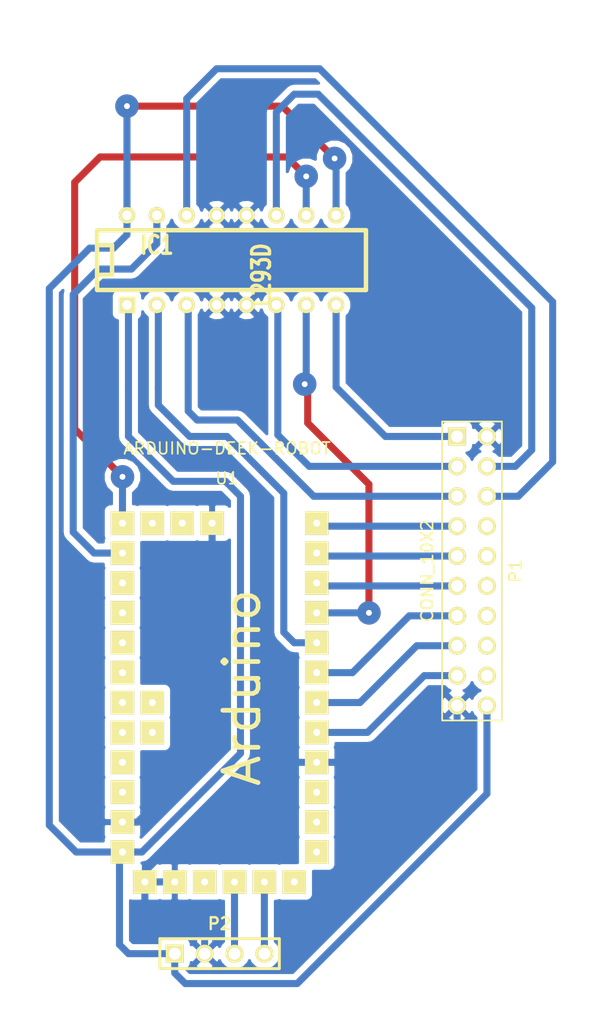
<source format=kicad_pcb>
(kicad_pcb (version 3) (host pcbnew "(22-Jun-2014 BZR 4027)-stable")

  (general
    (links 33)
    (no_connects 1)
    (area 175.006 34.29 225.425001 121.285001)
    (thickness 1.6)
    (drawings 0)
    (tracks 130)
    (zones 0)
    (modules 4)
    (nets 20)
  )

  (page A4)
  (layers
    (15 F.Cu signal)
    (0 B.Cu signal)
    (16 B.Adhes user)
    (17 F.Adhes user)
    (18 B.Paste user)
    (19 F.Paste user)
    (20 B.SilkS user)
    (21 F.SilkS user)
    (22 B.Mask user)
    (23 F.Mask user)
    (24 Dwgs.User user)
    (25 Cmts.User user)
    (26 Eco1.User user)
    (27 Eco2.User user)
    (28 Edge.Cuts user)
  )

  (setup
    (last_trace_width 0.6)
    (trace_clearance 0.4)
    (zone_clearance 0.508)
    (zone_45_only no)
    (trace_min 0.254)
    (segment_width 0.2)
    (edge_width 0.1)
    (via_size 2)
    (via_drill 0.5)
    (via_min_size 0.889)
    (via_min_drill 0.3)
    (uvia_size 0.508)
    (uvia_drill 0.127)
    (uvias_allowed no)
    (uvia_min_size 0.508)
    (uvia_min_drill 0.127)
    (pcb_text_width 0.3)
    (pcb_text_size 1.5 1.5)
    (mod_edge_width 0.15)
    (mod_text_size 1 1)
    (mod_text_width 0.15)
    (pad_size 2 2)
    (pad_drill 0.6)
    (pad_to_mask_clearance 0)
    (aux_axis_origin 0 0)
    (visible_elements FFFFFFBF)
    (pcbplotparams
      (layerselection 1)
      (usegerberextensions false)
      (excludeedgelayer true)
      (linewidth 0.150000)
      (plotframeref false)
      (viasonmask false)
      (mode 1)
      (useauxorigin false)
      (hpglpennumber 1)
      (hpglpenspeed 20)
      (hpglpendiameter 15)
      (hpglpenoverlay 2)
      (psnegative false)
      (psa4output false)
      (plotreference true)
      (plotvalue true)
      (plotothertext true)
      (plotinvisibletext false)
      (padsonsilk false)
      (subtractmaskfromsilk false)
      (outputformat 2)
      (mirror false)
      (drillshape 0)
      (scaleselection 1)
      (outputdirectory ""))
  )

  (net 0 "")
  (net 1 /BAT)
  (net 2 /BAT_MOTORS)
  (net 3 /C1L)
  (net 4 /C1R)
  (net 5 /C2L)
  (net 6 /C2R)
  (net 7 /M1L)
  (net 8 /M1R)
  (net 9 /M2L)
  (net 10 /M2R)
  (net 11 /PIN2)
  (net 12 /PIN3)
  (net 13 /PIN4)
  (net 14 /PIN7)
  (net 15 /PIN8)
  (net 16 /PIN9)
  (net 17 GND)
  (net 18 N-000003)
  (net 19 N-000004)

  (net_class Default "This is the default net class."
    (clearance 0.4)
    (trace_width 0.6)
    (via_dia 2)
    (via_drill 0.5)
    (uvia_dia 0.508)
    (uvia_drill 0.127)
    (add_net "")
    (add_net /BAT)
    (add_net /BAT_MOTORS)
    (add_net /C1L)
    (add_net /C1R)
    (add_net /C2L)
    (add_net /C2R)
    (add_net /M1L)
    (add_net /M1R)
    (add_net /M2L)
    (add_net /M2R)
    (add_net /PIN2)
    (add_net /PIN3)
    (add_net /PIN4)
    (add_net /PIN7)
    (add_net /PIN8)
    (add_net /PIN9)
    (add_net GND)
    (add_net N-000003)
    (add_net N-000004)
  )

  (module PIN_ARRAY_4x1 (layer F.Cu) (tedit 4C10F42E) (tstamp 544A0572)
    (at 193.675 115.316)
    (descr "Double rangee de contacts 2 x 5 pins")
    (tags CONN)
    (path /54494802)
    (fp_text reference P2 (at 0 -2.54) (layer F.SilkS)
      (effects (font (size 1.016 1.016) (thickness 0.2032)))
    )
    (fp_text value CONN_4 (at 0 2.54) (layer F.SilkS) hide
      (effects (font (size 1.016 1.016) (thickness 0.2032)))
    )
    (fp_line (start 5.08 1.27) (end -5.08 1.27) (layer F.SilkS) (width 0.254))
    (fp_line (start 5.08 -1.27) (end -5.08 -1.27) (layer F.SilkS) (width 0.254))
    (fp_line (start -5.08 -1.27) (end -5.08 1.27) (layer F.SilkS) (width 0.254))
    (fp_line (start 5.08 1.27) (end 5.08 -1.27) (layer F.SilkS) (width 0.254))
    (pad 1 thru_hole rect (at -3.81 0) (size 1.524 1.524) (drill 1.016)
      (layers *.Cu *.Mask F.SilkS)
      (net 1 /BAT)
    )
    (pad 2 thru_hole circle (at -1.27 0) (size 1.524 1.524) (drill 1.016)
      (layers *.Cu *.Mask F.SilkS)
      (net 17 GND)
    )
    (pad 3 thru_hole circle (at 1.27 0) (size 1.524 1.524) (drill 1.016)
      (layers *.Cu *.Mask F.SilkS)
      (net 18 N-000003)
    )
    (pad 4 thru_hole circle (at 3.81 0) (size 1.524 1.524) (drill 1.016)
      (layers *.Cu *.Mask F.SilkS)
      (net 19 N-000004)
    )
    (model pin_array\pins_array_4x1.wrl
      (at (xyz 0 0 0))
      (scale (xyz 1 1 1))
      (rotate (xyz 0 0 0))
    )
  )

  (module pin_array_10x2 (layer F.Cu) (tedit 51DBC9C0) (tstamp 544A058E)
    (at 215.138 82.804 270)
    (descr "Double rangee de contacts 2 x 12 pins")
    (tags CONN)
    (path /543C27EB)
    (fp_text reference P1 (at 0 -3.683 270) (layer F.SilkS)
      (effects (font (size 1 1) (thickness 0.15)))
    )
    (fp_text value CONN_10X2 (at 0 3.81 270) (layer F.SilkS)
      (effects (font (size 1 1) (thickness 0.15)))
    )
    (fp_line (start -12.7 -2.54) (end -12.7 2.54) (layer F.SilkS) (width 0.15))
    (fp_line (start -12.7 2.54) (end 12.7 2.54) (layer F.SilkS) (width 0.15))
    (fp_line (start 12.7 2.54) (end 12.7 -2.54) (layer F.SilkS) (width 0.15))
    (fp_line (start 12.7 -2.54) (end -12.7 -2.54) (layer F.SilkS) (width 0.15))
    (pad 1 thru_hole rect (at -11.43 1.27 270) (size 1.524 1.524) (drill 1.016)
      (layers *.Cu *.Mask F.SilkS)
      (net 2 /BAT_MOTORS)
    )
    (pad 2 thru_hole circle (at -11.43 -1.27 270) (size 1.524 1.524) (drill 1.016)
      (layers *.Cu *.Mask F.SilkS)
      (net 17 GND)
    )
    (pad 3 thru_hole circle (at -8.89 1.27 270) (size 1.524 1.524) (drill 1.016)
      (layers *.Cu *.Mask F.SilkS)
      (net 8 /M1R)
    )
    (pad 4 thru_hole circle (at -8.89 -1.27 270) (size 1.524 1.524) (drill 1.016)
      (layers *.Cu *.Mask F.SilkS)
      (net 10 /M2R)
    )
    (pad 5 thru_hole circle (at -6.35 1.27 270) (size 1.524 1.524) (drill 1.016)
      (layers *.Cu *.Mask F.SilkS)
      (net 7 /M1L)
    )
    (pad 6 thru_hole circle (at -6.35 -1.27 270) (size 1.524 1.524) (drill 1.016)
      (layers *.Cu *.Mask F.SilkS)
      (net 9 /M2L)
    )
    (pad 7 thru_hole circle (at -3.81 1.27 270) (size 1.524 1.524) (drill 1.016)
      (layers *.Cu *.Mask F.SilkS)
      (net 16 /PIN9)
    )
    (pad 8 thru_hole circle (at -3.81 -1.27 270) (size 1.524 1.524) (drill 1.016)
      (layers *.Cu *.Mask F.SilkS)
    )
    (pad 9 thru_hole circle (at -1.27 1.27 270) (size 1.524 1.524) (drill 1.016)
      (layers *.Cu *.Mask F.SilkS)
      (net 15 /PIN8)
    )
    (pad 10 thru_hole circle (at -1.27 -1.27 270) (size 1.524 1.524) (drill 1.016)
      (layers *.Cu *.Mask F.SilkS)
    )
    (pad 11 thru_hole circle (at 1.27 1.27 270) (size 1.524 1.524) (drill 1.016)
      (layers *.Cu *.Mask F.SilkS)
      (net 14 /PIN7)
    )
    (pad 12 thru_hole circle (at 1.27 -1.27 270) (size 1.524 1.524) (drill 1.016)
      (layers *.Cu *.Mask F.SilkS)
    )
    (pad 13 thru_hole circle (at 3.81 1.27 270) (size 1.524 1.524) (drill 1.016)
      (layers *.Cu *.Mask F.SilkS)
      (net 13 /PIN4)
    )
    (pad 14 thru_hole circle (at 3.81 -1.27 270) (size 1.524 1.524) (drill 1.016)
      (layers *.Cu *.Mask F.SilkS)
    )
    (pad 15 thru_hole circle (at 6.35 1.27 270) (size 1.524 1.524) (drill 1.016)
      (layers *.Cu *.Mask F.SilkS)
      (net 12 /PIN3)
    )
    (pad 16 thru_hole circle (at 6.35 -1.27 270) (size 1.524 1.524) (drill 1.016)
      (layers *.Cu *.Mask F.SilkS)
    )
    (pad 17 thru_hole circle (at 8.89 1.27 270) (size 1.524 1.524) (drill 1.016)
      (layers *.Cu *.Mask F.SilkS)
      (net 11 /PIN2)
    )
    (pad 18 thru_hole circle (at 8.89 -1.27 270) (size 1.524 1.524) (drill 1.016)
      (layers *.Cu *.Mask F.SilkS)
    )
    (pad 19 thru_hole circle (at 11.43 1.27 270) (size 1.524 1.524) (drill 1.016)
      (layers *.Cu *.Mask F.SilkS)
      (net 17 GND)
    )
    (pad 20 thru_hole circle (at 11.43 -1.27 270) (size 1.524 1.524) (drill 1.016)
      (layers *.Cu *.Mask F.SilkS)
      (net 1 /BAT)
    )
    (model pin_array/pins_array_10x2.wrl
      (at (xyz 0 0 0))
      (scale (xyz 1 1 1))
      (rotate (xyz 0 0 0))
    )
  )

  (module DIP-16__300 (layer F.Cu) (tedit 544B7607) (tstamp 544E8D99)
    (at 194.691 56.388)
    (descr "16 pins DIL package, round pads")
    (tags DIL)
    (path /543979EB)
    (fp_text reference IC1 (at -6.35 -1.27) (layer F.SilkS)
      (effects (font (size 1.524 1.143) (thickness 0.3048)))
    )
    (fp_text value L293D (at 2.54 1.27 90) (layer F.SilkS)
      (effects (font (size 1.524 1.143) (thickness 0.3048)))
    )
    (fp_line (start -11.43 -1.27) (end -11.43 -1.27) (layer F.SilkS) (width 0.381))
    (fp_line (start -11.43 -1.27) (end -10.16 -1.27) (layer F.SilkS) (width 0.381))
    (fp_line (start -10.16 -1.27) (end -10.16 1.27) (layer F.SilkS) (width 0.381))
    (fp_line (start -10.16 1.27) (end -11.43 1.27) (layer F.SilkS) (width 0.381))
    (fp_line (start -11.43 -2.54) (end 11.43 -2.54) (layer F.SilkS) (width 0.381))
    (fp_line (start 11.43 -2.54) (end 11.43 2.54) (layer F.SilkS) (width 0.381))
    (fp_line (start 11.43 2.54) (end -11.43 2.54) (layer F.SilkS) (width 0.381))
    (fp_line (start -11.43 2.54) (end -11.43 -2.54) (layer F.SilkS) (width 0.381))
    (pad 1 thru_hole rect (at -8.89 3.81) (size 1.397 1.397) (drill 0.8128)
      (layers *.Cu *.Mask F.SilkS)
      (net 1 /BAT)
    )
    (pad 2 thru_hole circle (at -6.35 3.81) (size 1.397 1.397) (drill 0.8128)
      (layers *.Cu *.Mask F.SilkS)
      (net 3 /C1L)
    )
    (pad 3 thru_hole circle (at -3.81 3.81) (size 1.397 1.397) (drill 0.8128)
      (layers *.Cu *.Mask F.SilkS)
      (net 7 /M1L)
    )
    (pad 4 thru_hole circle (at -1.27 3.81) (size 1.397 1.397) (drill 0.8128)
      (layers *.Cu *.Mask F.SilkS)
      (net 17 GND)
    )
    (pad 5 thru_hole circle (at 1.27 3.81) (size 1.397 1.397) (drill 0.8128)
      (layers *.Cu *.Mask F.SilkS)
      (net 17 GND)
    )
    (pad 6 thru_hole circle (at 3.81 3.81) (size 1.397 1.397) (drill 0.8128)
      (layers *.Cu *.Mask F.SilkS)
      (net 8 /M1R)
    )
    (pad 7 thru_hole circle (at 6.35 3.81) (size 1.397 1.397) (drill 0.8128)
      (layers *.Cu *.Mask F.SilkS)
      (net 4 /C1R)
    )
    (pad 8 thru_hole circle (at 8.89 3.81) (size 1.397 1.397) (drill 0.8128)
      (layers *.Cu *.Mask F.SilkS)
      (net 2 /BAT_MOTORS)
    )
    (pad 9 thru_hole circle (at 8.89 -3.81) (size 1.397 1.397) (drill 0.8128)
      (layers *.Cu *.Mask F.SilkS)
      (net 1 /BAT)
    )
    (pad 10 thru_hole circle (at 6.35 -3.81) (size 1.397 1.397) (drill 0.8128)
      (layers *.Cu *.Mask F.SilkS)
      (net 5 /C2L)
    )
    (pad 11 thru_hole circle (at 3.81 -3.81) (size 1.397 1.397) (drill 0.8128)
      (layers *.Cu *.Mask F.SilkS)
      (net 10 /M2R)
    )
    (pad 12 thru_hole circle (at 1.27 -3.81) (size 1.397 1.397) (drill 0.8128)
      (layers *.Cu *.Mask F.SilkS)
      (net 17 GND)
    )
    (pad 13 thru_hole circle (at -1.27 -3.81) (size 1.397 1.397) (drill 0.8128)
      (layers *.Cu *.Mask F.SilkS)
      (net 17 GND)
    )
    (pad 14 thru_hole circle (at -3.81 -3.81) (size 1.397 1.397) (drill 0.8128)
      (layers *.Cu *.Mask F.SilkS)
      (net 9 /M2L)
    )
    (pad 15 thru_hole circle (at -6.35 -3.81) (size 1.397 1.397) (drill 0.8128)
      (layers *.Cu *.Mask F.SilkS)
      (net 6 /C2R)
    )
    (pad 16 thru_hole circle (at -8.89 -3.81) (size 1.397 1.397) (drill 0.8128)
      (layers *.Cu *.Mask F.SilkS)
      (net 1 /BAT)
    )
    (model dil/dil_16.wrl
      (at (xyz 0 0 0))
      (scale (xyz 1 1 1))
      (rotate (xyz 0 0 0))
    )
  )

  (module Arduino-Deek-Robot (layer F.Cu) (tedit 544B745C) (tstamp 544B75D6)
    (at 194.31 78.74)
    (path /543C281A)
    (fp_text reference U1 (at 0 -3.81) (layer F.SilkS)
      (effects (font (size 1 1) (thickness 0.15)))
    )
    (fp_text value ARDUINO-DEEK-ROBOT (at 0 -6.35) (layer F.SilkS)
      (effects (font (size 1 1) (thickness 0.15)))
    )
    (fp_text user Arduino (at 1.27 13.97 90) (layer F.SilkS)
      (effects (font (size 3 3) (thickness 0.4)))
    )
    (pad 10 thru_hole rect (at -8.89 0) (size 2 2) (drill 0.6)
      (layers *.Cu *.Mask F.SilkS)
      (net 5 /C2L)
    )
    (pad 11 thru_hole rect (at -8.89 2.54) (size 2 2) (drill 0.6)
      (layers *.Cu *.Mask F.SilkS)
      (net 6 /C2R)
    )
    (pad 12 thru_hole rect (at -8.89 5.08) (size 2 2) (drill 0.6)
      (layers *.Cu *.Mask F.SilkS)
    )
    (pad 13 thru_hole rect (at -8.89 7.62) (size 2 2) (drill 0.6)
      (layers *.Cu *.Mask F.SilkS)
    )
    (pad 20 thru_hole rect (at -8.89 10.16) (size 2 2) (drill 0.6)
      (layers *.Cu *.Mask F.SilkS)
    )
    (pad 21 thru_hole rect (at -8.89 12.7) (size 2 2) (drill 0.6)
      (layers *.Cu *.Mask F.SilkS)
    )
    (pad 22 thru_hole rect (at -8.89 15.24) (size 2 2) (drill 0.6)
      (layers *.Cu *.Mask F.SilkS)
    )
    (pad 24 thru_hole rect (at -6.35 15.24) (size 2 2) (drill 0.6)
      (layers *.Cu *.Mask F.SilkS)
    )
    (pad 25 thru_hole rect (at -6.35 17.78) (size 2 2) (drill 0.6)
      (layers *.Cu *.Mask F.SilkS)
    )
    (pad 23 thru_hole rect (at -8.89 17.78) (size 2 2) (drill 0.6)
      (layers *.Cu *.Mask F.SilkS)
    )
    (pad 31 thru_hole rect (at -8.89 20.32) (size 2 2) (drill 0.6)
      (layers *.Cu *.Mask F.SilkS)
    )
    (pad 14 thru_hole rect (at -8.89 22.86) (size 2 2) (drill 0.6)
      (layers *.Cu *.Mask F.SilkS)
    )
    (pad 30 thru_hole rect (at -8.89 27.94) (size 2 2) (drill 0.6)
      (layers *.Cu *.Mask F.SilkS)
      (net 1 /BAT)
    )
    (pad 27 thru_hole rect (at -6.35 0) (size 2 2) (drill 0.6)
      (layers *.Cu *.Mask F.SilkS)
    )
    (pad 26 thru_hole rect (at -3.81 0) (size 2 2) (drill 0.6)
      (layers *.Cu *.Mask F.SilkS)
    )
    (pad 35 thru_hole rect (at -1.27 0) (size 2 2) (drill 0.6)
      (layers *.Cu *.Mask F.SilkS)
      (net 17 GND)
    )
    (pad 9 thru_hole rect (at 7.62 0) (size 2 2) (drill 0.6)
      (layers *.Cu *.Mask F.SilkS)
      (net 16 /PIN9)
    )
    (pad 8 thru_hole rect (at 7.62 2.54) (size 2 2) (drill 0.6)
      (layers *.Cu *.Mask F.SilkS)
      (net 15 /PIN8)
    )
    (pad 7 thru_hole rect (at 7.62 5.08) (size 2 2) (drill 0.6)
      (layers *.Cu *.Mask F.SilkS)
      (net 14 /PIN7)
    )
    (pad 6 thru_hole rect (at 7.62 7.62) (size 2 2) (drill 0.6)
      (layers *.Cu *.Mask F.SilkS)
      (net 4 /C1R)
    )
    (pad 5 thru_hole rect (at 7.62 10.16) (size 2 2) (drill 0.6)
      (layers *.Cu *.Mask F.SilkS)
      (net 3 /C1L)
    )
    (pad 4 thru_hole rect (at 7.62 12.7) (size 2 2) (drill 0.6)
      (layers *.Cu *.Mask F.SilkS)
      (net 13 /PIN4)
    )
    (pad 3 thru_hole rect (at 7.62 15.24) (size 2 2) (drill 0.6)
      (layers *.Cu *.Mask F.SilkS)
      (net 12 /PIN3)
    )
    (pad 2 thru_hole rect (at 7.62 17.78) (size 2 2) (drill 0.6)
      (layers *.Cu *.Mask F.SilkS)
      (net 11 /PIN2)
    )
    (pad 32 thru_hole rect (at 7.62 20.32) (size 2 2) (drill 0.6)
      (layers *.Cu *.Mask F.SilkS)
      (net 17 GND)
    )
    (pad 29 thru_hole rect (at 7.62 22.86) (size 2 2) (drill 0.6)
      (layers *.Cu *.Mask F.SilkS)
    )
    (pad 16 thru_hole rect (at 7.62 27.94) (size 2 2) (drill 0.6)
      (layers *.Cu *.Mask F.SilkS)
    )
    (pad 33 thru_hole rect (at -6.985 30.48) (size 2 2) (drill 0.6)
      (layers *.Cu *.Mask F.SilkS)
      (net 17 GND)
    )
    (pad 34 thru_hole rect (at -4.445 30.48) (size 2 2) (drill 0.6)
      (layers *.Cu *.Mask F.SilkS)
      (net 17 GND)
    )
    (pad 28 thru_hole rect (at -1.905 30.48) (size 2 2) (drill 0.6)
      (layers *.Cu *.Mask F.SilkS)
    )
    (pad 19 thru_hole rect (at 0.635 30.48) (size 2 2) (drill 0.6)
      (layers *.Cu *.Mask F.SilkS)
      (net 18 N-000003)
    )
    (pad 18 thru_hole rect (at 3.175 30.48) (size 2 2) (drill 0.6)
      (layers *.Cu *.Mask F.SilkS)
      (net 19 N-000004)
    )
    (pad 17 thru_hole rect (at 5.715 30.48) (size 2 2) (drill 0.6)
      (layers *.Cu *.Mask F.SilkS)
    )
    (pad 36 thru_hole rect (at -8.89 25.4) (size 2 2) (drill 0.6)
      (layers *.Cu *.Mask F.SilkS)
      (net 17 GND)
    )
    (pad 15 thru_hole rect (at 7.62 25.4) (size 2 2) (drill 0.6)
      (layers *.Cu *.Mask F.SilkS)
    )
  )

  (segment (start 203.581 52.578) (end 203.581 47.879) (width 0.6) (layer B.Cu) (net 1) (status 400000))
  (segment (start 185.801 43.307) (end 185.801 52.578) (width 0.6) (layer B.Cu) (net 1) (tstamp 544FE3B7) (status 800000))
  (via (at 185.801 43.307) (size 2) (layers F.Cu B.Cu) (net 1))
  (segment (start 199.009 43.307) (end 185.801 43.307) (width 0.6) (layer F.Cu) (net 1) (tstamp 544FE3B3))
  (segment (start 203.454 47.752) (end 199.009 43.307) (width 0.6) (layer F.Cu) (net 1) (tstamp 544FE3B2))
  (via (at 203.454 47.752) (size 2) (layers F.Cu B.Cu) (net 1))
  (segment (start 203.581 47.879) (end 203.454 47.752) (width 0.6) (layer B.Cu) (net 1) (tstamp 544FE3AC))
  (segment (start 185.801 52.578) (end 185.801 54.229) (width 0.6) (layer B.Cu) (net 1))
  (segment (start 185.801 54.229) (end 184.658 55.372) (width 0.6) (layer B.Cu) (net 1) (tstamp 544E9172))
  (segment (start 184.658 55.372) (end 182.626 55.372) (width 0.6) (layer B.Cu) (net 1) (tstamp 544E9181))
  (segment (start 182.626 55.372) (end 179.197 58.801) (width 0.6) (layer B.Cu) (net 1) (tstamp 544E9186))
  (segment (start 179.197 58.801) (end 179.197 104.394) (width 0.6) (layer B.Cu) (net 1) (tstamp 544E9188))
  (segment (start 179.197 104.394) (end 181.483 106.68) (width 0.6) (layer B.Cu) (net 1) (tstamp 544E91A0))
  (segment (start 181.483 106.68) (end 185.42 106.68) (width 0.6) (layer B.Cu) (net 1) (tstamp 544E91A2))
  (segment (start 185.928 67.183) (end 185.928 60.325) (width 0.6) (layer B.Cu) (net 1))
  (segment (start 185.928 60.325) (end 185.674 60.071) (width 0.6) (layer B.Cu) (net 1) (tstamp 544E8DE5))
  (segment (start 185.42 106.68) (end 187.071 106.68) (width 0.6) (layer B.Cu) (net 1))
  (segment (start 185.928 71.374) (end 185.928 67.183) (width 0.6) (layer B.Cu) (net 1) (tstamp 544B94A7))
  (segment (start 189.738 75.184) (end 185.928 71.374) (width 0.6) (layer B.Cu) (net 1) (tstamp 544B94A5))
  (segment (start 194.183 75.184) (end 189.738 75.184) (width 0.6) (layer B.Cu) (net 1) (tstamp 544B94A4))
  (segment (start 195.453 76.454) (end 194.183 75.184) (width 0.6) (layer B.Cu) (net 1) (tstamp 544B94A3))
  (segment (start 195.453 98.298) (end 195.453 76.454) (width 0.6) (layer B.Cu) (net 1) (tstamp 544B9496))
  (segment (start 187.071 106.68) (end 195.453 98.298) (width 0.6) (layer B.Cu) (net 1) (tstamp 544B9491))
  (segment (start 216.408 94.234) (end 216.408 101.727) (width 0.6) (layer B.Cu) (net 1))
  (segment (start 189.865 116.967) (end 189.865 115.316) (width 0.6) (layer B.Cu) (net 1) (tstamp 544B91E0))
  (segment (start 190.754 117.856) (end 189.865 116.967) (width 0.6) (layer B.Cu) (net 1) (tstamp 544B91DB))
  (segment (start 200.279 117.856) (end 190.754 117.856) (width 0.6) (layer B.Cu) (net 1) (tstamp 544B91D9))
  (segment (start 216.408 101.727) (end 200.279 117.856) (width 0.6) (layer B.Cu) (net 1) (tstamp 544B91D3))
  (segment (start 189.865 115.316) (end 185.928 115.316) (width 0.6) (layer B.Cu) (net 1))
  (segment (start 185.166 106.934) (end 185.42 106.68) (width 0.6) (layer B.Cu) (net 1) (tstamp 544B9072))
  (segment (start 185.166 114.554) (end 185.166 106.934) (width 0.6) (layer B.Cu) (net 1) (tstamp 544B906E))
  (segment (start 185.928 115.316) (end 185.166 114.554) (width 0.6) (layer B.Cu) (net 1) (tstamp 544B906D))
  (segment (start 213.868 71.374) (end 207.772 71.374) (width 0.6) (layer B.Cu) (net 2))
  (segment (start 203.581 67.183) (end 203.581 60.198) (width 0.6) (layer B.Cu) (net 2) (tstamp 544E90D5))
  (segment (start 207.772 71.374) (end 203.581 67.183) (width 0.6) (layer B.Cu) (net 2) (tstamp 544E90D3))
  (segment (start 188.468 67.31) (end 188.468 60.325) (width 0.6) (layer B.Cu) (net 3))
  (segment (start 188.468 60.325) (end 188.341 60.198) (width 0.6) (layer B.Cu) (net 3) (tstamp 544E8E0D))
  (segment (start 188.468 67.183) (end 188.468 67.31) (width 0.6) (layer B.Cu) (net 3))
  (segment (start 188.468 67.31) (end 188.468 68.707) (width 0.6) (layer B.Cu) (net 3) (tstamp 544E8E0B))
  (segment (start 200.025 88.9) (end 201.93 88.9) (width 0.6) (layer B.Cu) (net 3) (tstamp 544B9489))
  (segment (start 199.136 88.011) (end 200.025 88.9) (width 0.6) (layer B.Cu) (net 3) (tstamp 544B9488))
  (segment (start 199.136 76.2) (end 199.136 88.011) (width 0.6) (layer B.Cu) (net 3) (tstamp 544B9485))
  (segment (start 194.31 71.374) (end 199.136 76.2) (width 0.6) (layer B.Cu) (net 3) (tstamp 544B9483))
  (segment (start 191.135 71.374) (end 194.31 71.374) (width 0.6) (layer B.Cu) (net 3) (tstamp 544B9481))
  (segment (start 188.468 68.707) (end 191.135 71.374) (width 0.6) (layer B.Cu) (net 3) (tstamp 544B947E))
  (segment (start 201.041 60.198) (end 201.041 66.802) (width 0.6) (layer B.Cu) (net 4) (status 400000))
  (segment (start 206.375 86.36) (end 201.93 86.36) (width 0.6) (layer B.Cu) (net 4) (tstamp 544FE3F7) (status 800000))
  (via (at 206.375 86.36) (size 2) (layers F.Cu B.Cu) (net 4))
  (segment (start 206.375 75.438) (end 206.375 86.36) (width 0.6) (layer F.Cu) (net 4) (tstamp 544FE3EB))
  (segment (start 201.168 70.231) (end 206.375 75.438) (width 0.6) (layer F.Cu) (net 4) (tstamp 544FE3E3))
  (segment (start 201.168 67.183) (end 201.168 70.231) (width 0.6) (layer F.Cu) (net 4) (tstamp 544FE3E0))
  (segment (start 200.914 66.929) (end 201.168 67.183) (width 0.6) (layer F.Cu) (net 4) (tstamp 544FE3DF))
  (via (at 200.914 66.929) (size 2) (layers F.Cu B.Cu) (net 4))
  (segment (start 201.041 66.802) (end 200.914 66.929) (width 0.6) (layer B.Cu) (net 4) (tstamp 544FE3DC))
  (segment (start 201.041 52.578) (end 201.041 49.276) (width 0.6) (layer B.Cu) (net 5) (status 400000))
  (segment (start 185.42 74.803) (end 185.42 78.74) (width 0.6) (layer B.Cu) (net 5) (tstamp 544FE3D6) (status 800000))
  (via (at 185.42 74.803) (size 2) (layers F.Cu B.Cu) (net 5))
  (segment (start 181.356 70.739) (end 185.42 74.803) (width 0.6) (layer F.Cu) (net 5) (tstamp 544FE3CE))
  (segment (start 181.356 49.784) (end 181.356 70.739) (width 0.6) (layer F.Cu) (net 5) (tstamp 544FE3C9))
  (segment (start 183.515 47.625) (end 181.356 49.784) (width 0.6) (layer F.Cu) (net 5) (tstamp 544FE3C1))
  (segment (start 199.39 47.625) (end 183.515 47.625) (width 0.6) (layer F.Cu) (net 5) (tstamp 544FE3BF))
  (segment (start 201.041 49.276) (end 199.39 47.625) (width 0.6) (layer F.Cu) (net 5) (tstamp 544FE3BE))
  (via (at 201.041 49.276) (size 2) (layers F.Cu B.Cu) (net 5))
  (segment (start 188.341 52.578) (end 188.341 54.991) (width 0.6) (layer B.Cu) (net 6))
  (segment (start 183.007 81.28) (end 185.42 81.28) (width 0.6) (layer B.Cu) (net 6) (tstamp 544E9146))
  (segment (start 181.229 79.502) (end 183.007 81.28) (width 0.6) (layer B.Cu) (net 6) (tstamp 544E9143))
  (segment (start 181.229 59.309) (end 181.229 79.502) (width 0.6) (layer B.Cu) (net 6) (tstamp 544E9142))
  (segment (start 183.388 57.15) (end 181.229 59.309) (width 0.6) (layer B.Cu) (net 6) (tstamp 544E913F))
  (segment (start 186.182 57.15) (end 183.388 57.15) (width 0.6) (layer B.Cu) (net 6) (tstamp 544E913C))
  (segment (start 188.341 54.991) (end 186.182 57.15) (width 0.6) (layer B.Cu) (net 6) (tstamp 544E9139))
  (segment (start 191.008 67.183) (end 191.008 60.325) (width 0.6) (layer B.Cu) (net 7))
  (segment (start 201.676 76.454) (end 195.199 69.977) (width 0.6) (layer B.Cu) (net 7) (tstamp 544B9473))
  (segment (start 195.199 69.977) (end 191.77 69.977) (width 0.6) (layer B.Cu) (net 7) (tstamp 544B9478))
  (segment (start 191.77 69.977) (end 191.008 69.215) (width 0.6) (layer B.Cu) (net 7) (tstamp 544B9479))
  (segment (start 191.008 69.215) (end 191.008 67.183) (width 0.6) (layer B.Cu) (net 7) (tstamp 544B947A))
  (segment (start 213.868 76.454) (end 201.676 76.454) (width 0.6) (layer B.Cu) (net 7))
  (segment (start 191.008 60.325) (end 190.881 60.198) (width 0.6) (layer B.Cu) (net 7) (tstamp 544E8E10))
  (segment (start 198.628 67.183) (end 198.628 60.325) (width 0.6) (layer B.Cu) (net 8))
  (segment (start 201.295 73.914) (end 198.628 71.247) (width 0.6) (layer B.Cu) (net 8) (tstamp 544B9018))
  (segment (start 198.628 71.247) (end 198.628 67.183) (width 0.6) (layer B.Cu) (net 8) (tstamp 544B901A))
  (segment (start 213.868 73.914) (end 201.295 73.914) (width 0.6) (layer B.Cu) (net 8))
  (segment (start 198.628 60.325) (end 198.501 60.198) (width 0.6) (layer B.Cu) (net 8) (tstamp 544E8E13))
  (segment (start 190.881 52.578) (end 190.881 42.672) (width 0.6) (layer B.Cu) (net 9))
  (segment (start 219.075 76.454) (end 216.408 76.454) (width 0.6) (layer B.Cu) (net 9) (tstamp 544E911D))
  (segment (start 221.996 73.533) (end 219.075 76.454) (width 0.6) (layer B.Cu) (net 9) (tstamp 544E911C))
  (segment (start 221.996 59.944) (end 221.996 73.533) (width 0.6) (layer B.Cu) (net 9) (tstamp 544E9117))
  (segment (start 202.184 40.132) (end 221.996 59.944) (width 0.6) (layer B.Cu) (net 9) (tstamp 544E9112))
  (segment (start 193.421 40.132) (end 202.184 40.132) (width 0.6) (layer B.Cu) (net 9) (tstamp 544E910F))
  (segment (start 190.881 42.672) (end 193.421 40.132) (width 0.6) (layer B.Cu) (net 9) (tstamp 544E910C))
  (segment (start 216.408 73.914) (end 218.821 73.914) (width 0.6) (layer B.Cu) (net 10))
  (segment (start 198.501 43.815) (end 198.501 52.578) (width 0.6) (layer B.Cu) (net 10) (tstamp 544FE2D6))
  (segment (start 200.025 42.291) (end 198.501 43.815) (width 0.6) (layer B.Cu) (net 10) (tstamp 544FE2D5))
  (segment (start 202.057 42.291) (end 200.025 42.291) (width 0.6) (layer B.Cu) (net 10) (tstamp 544FE2D2))
  (segment (start 220.218 60.452) (end 202.057 42.291) (width 0.6) (layer B.Cu) (net 10) (tstamp 544FE2CC))
  (segment (start 220.218 72.517) (end 220.218 60.452) (width 0.6) (layer B.Cu) (net 10) (tstamp 544FE2C9))
  (segment (start 218.821 73.914) (end 220.218 72.517) (width 0.6) (layer B.Cu) (net 10) (tstamp 544FE2C6))
  (segment (start 213.868 91.694) (end 211.074 91.694) (width 0.6) (layer B.Cu) (net 11))
  (segment (start 206.248 96.52) (end 201.93 96.52) (width 0.6) (layer B.Cu) (net 11) (tstamp 544B9293))
  (segment (start 211.074 91.694) (end 206.248 96.52) (width 0.6) (layer B.Cu) (net 11) (tstamp 544B9291))
  (segment (start 213.868 89.154) (end 210.439 89.154) (width 0.6) (layer B.Cu) (net 12))
  (segment (start 205.613 93.98) (end 201.93 93.98) (width 0.6) (layer B.Cu) (net 12) (tstamp 544B928D))
  (segment (start 210.439 89.154) (end 205.613 93.98) (width 0.6) (layer B.Cu) (net 12) (tstamp 544B928B))
  (segment (start 213.868 86.614) (end 209.804 86.614) (width 0.6) (layer B.Cu) (net 13))
  (segment (start 204.978 91.44) (end 201.93 91.44) (width 0.6) (layer B.Cu) (net 13) (tstamp 544B9287))
  (segment (start 209.804 86.614) (end 204.978 91.44) (width 0.6) (layer B.Cu) (net 13) (tstamp 544B9285))
  (segment (start 213.868 84.074) (end 202.184 84.074) (width 0.6) (layer B.Cu) (net 14))
  (segment (start 202.184 84.074) (end 201.93 83.82) (width 0.6) (layer B.Cu) (net 14) (tstamp 544B9282))
  (segment (start 213.868 81.534) (end 202.184 81.534) (width 0.6) (layer B.Cu) (net 15))
  (segment (start 202.184 81.534) (end 201.93 81.28) (width 0.6) (layer B.Cu) (net 15) (tstamp 544B927F))
  (segment (start 213.868 78.994) (end 202.184 78.994) (width 0.6) (layer B.Cu) (net 16))
  (segment (start 202.184 78.994) (end 201.93 78.74) (width 0.6) (layer B.Cu) (net 16) (tstamp 544B927C))
  (segment (start 185.42 104.14) (end 186.69 104.14) (width 0.6) (layer B.Cu) (net 17))
  (segment (start 193.04 97.79) (end 193.04 78.74) (width 0.6) (layer B.Cu) (net 17) (tstamp 544B94B1))
  (segment (start 186.69 104.14) (end 193.04 97.79) (width 0.6) (layer B.Cu) (net 17) (tstamp 544B94AE))
  (segment (start 187.325 109.22) (end 189.865 109.22) (width 0.6) (layer B.Cu) (net 17))
  (segment (start 187.325 109.22) (end 187.325 108.331) (width 0.6) (layer B.Cu) (net 17))
  (segment (start 196.596 99.06) (end 201.93 99.06) (width 0.6) (layer B.Cu) (net 17) (tstamp 544B91EA))
  (segment (start 187.325 108.331) (end 191.516 104.14) (width 0.6) (layer B.Cu) (net 17) (tstamp 544B91E7))
  (segment (start 191.516 104.14) (end 193.294 102.362) (width 0.6) (layer B.Cu) (net 17) (tstamp 544B9384))
  (segment (start 193.294 102.362) (end 196.596 99.06) (width 0.6) (layer B.Cu) (net 17) (tstamp 544B9390))
  (segment (start 213.868 94.234) (end 213.868 96.647) (width 0.6) (layer B.Cu) (net 17))
  (segment (start 213.868 96.647) (end 211.455 99.06) (width 0.6) (layer B.Cu) (net 17) (tstamp 544B91C7))
  (segment (start 211.455 99.06) (end 201.93 99.06) (width 0.6) (layer B.Cu) (net 17) (tstamp 544B91CA))
  (segment (start 192.405 115.316) (end 192.405 113.03) (width 0.6) (layer B.Cu) (net 17))
  (segment (start 187.325 111.506) (end 187.325 109.22) (width 0.6) (layer B.Cu) (net 17) (tstamp 544B9060))
  (segment (start 188.087 112.268) (end 187.325 111.506) (width 0.6) (layer B.Cu) (net 17) (tstamp 544B905E))
  (segment (start 191.643 112.268) (end 188.087 112.268) (width 0.6) (layer B.Cu) (net 17) (tstamp 544B905D))
  (segment (start 192.405 113.03) (end 191.643 112.268) (width 0.6) (layer B.Cu) (net 17) (tstamp 544B905B))
  (segment (start 194.945 115.316) (end 194.945 109.22) (width 0.6) (layer B.Cu) (net 18))
  (segment (start 197.485 109.22) (end 197.485 115.316) (width 0.6) (layer B.Cu) (net 19))

  (zone (net 17) (net_name GND) (layer B.Cu) (tstamp 544E8E94) (hatch edge 0.508)
    (connect_pads (clearance 0.508))
    (min_thickness 0.254)
    (fill (arc_segments 16) (thermal_gap 0.508) (thermal_bridge_width 0.508))
    (polygon
      (pts
        (xy 225.425 34.29) (xy 225.298 121.285) (xy 175.006 121.285) (xy 175.006 34.417) (xy 178.308 34.417)
        (xy 225.425 34.29)
      )
    )
    (filled_polygon
      (pts
        (xy 215.823514 92.963949) (xy 215.617697 93.048991) (xy 215.224372 93.44163) (xy 215.144605 93.63373) (xy 215.090396 93.502858)
        (xy 214.848212 93.433393) (xy 214.047605 94.234) (xy 214.848212 95.034607) (xy 215.090396 94.965142) (xy 215.140508 94.824678)
        (xy 215.222991 95.024303) (xy 215.473 95.274748) (xy 215.473 101.33971) (xy 214.668607 102.144103) (xy 214.668607 95.214212)
        (xy 213.868 94.413605) (xy 213.688395 94.59321) (xy 213.688395 94.234) (xy 212.887788 93.433393) (xy 212.645604 93.502858)
        (xy 212.458857 94.026304) (xy 212.48664 94.581369) (xy 212.645604 94.965142) (xy 212.887788 95.034607) (xy 213.688395 94.234)
        (xy 213.688395 94.59321) (xy 213.067393 95.214212) (xy 213.136858 95.456396) (xy 213.660304 95.643143) (xy 214.215369 95.61536)
        (xy 214.599142 95.456396) (xy 214.668607 95.214212) (xy 214.668607 102.144103) (xy 203.56511 113.2476) (xy 203.56511 107.554245)
        (xy 203.56511 105.554245) (xy 203.505481 105.409932) (xy 203.564889 105.266864) (xy 203.56511 105.014245) (xy 203.56511 103.014245)
        (xy 203.505481 102.869932) (xy 203.564889 102.726864) (xy 203.56511 102.474245) (xy 203.56511 100.474245) (xy 203.505481 100.329932)
        (xy 203.564889 100.186864) (xy 203.56511 99.934245) (xy 203.565 99.34575) (xy 203.40625 99.187) (xy 202.057 99.187)
        (xy 202.057 99.207) (xy 201.803 99.207) (xy 201.803 99.187) (xy 200.45375 99.187) (xy 200.295 99.34575)
        (xy 200.29489 99.934245) (xy 200.295111 100.186864) (xy 200.354546 100.33) (xy 200.295111 100.473136) (xy 200.29489 100.725755)
        (xy 200.29489 102.725755) (xy 200.354518 102.870067) (xy 200.295111 103.013136) (xy 200.29489 103.265755) (xy 200.29489 105.265755)
        (xy 200.354518 105.410067) (xy 200.295111 105.553136) (xy 200.29489 105.805755) (xy 200.29489 107.58489) (xy 198.899245 107.58489)
        (xy 198.754932 107.644518) (xy 198.611864 107.585111) (xy 198.359245 107.58489) (xy 196.359245 107.58489) (xy 196.214932 107.644518)
        (xy 196.071864 107.585111) (xy 195.819245 107.58489) (xy 193.819245 107.58489) (xy 193.674932 107.644518) (xy 193.531864 107.585111)
        (xy 193.279245 107.58489) (xy 191.279245 107.58489) (xy 191.135 107.64449) (xy 190.990755 107.58489) (xy 190.15075 107.585)
        (xy 189.992 107.74375) (xy 189.992 109.093) (xy 190.012 109.093) (xy 190.012 109.347) (xy 189.992 109.347)
        (xy 189.992 110.69625) (xy 190.15075 110.855) (xy 190.990755 110.85511) (xy 191.135067 110.795481) (xy 191.278136 110.854889)
        (xy 191.530755 110.85511) (xy 193.530755 110.85511) (xy 193.675067 110.795481) (xy 193.818136 110.854889) (xy 194.01 110.855056)
        (xy 194.01 114.275435) (xy 193.761372 114.52363) (xy 193.681605 114.71573) (xy 193.627396 114.584858) (xy 193.385212 114.515393)
        (xy 193.205607 114.694998) (xy 193.205607 114.335788) (xy 193.136142 114.093604) (xy 192.612696 113.906857) (xy 192.057631 113.93464)
        (xy 191.673858 114.093604) (xy 191.604393 114.335788) (xy 192.405 115.136395) (xy 193.205607 114.335788) (xy 193.205607 114.694998)
        (xy 192.584605 115.316) (xy 193.385212 116.116607) (xy 193.627396 116.047142) (xy 193.677508 115.906678) (xy 193.759991 116.106303)
        (xy 194.15263 116.499628) (xy 194.665901 116.712756) (xy 195.221661 116.713241) (xy 195.735303 116.501009) (xy 196.128628 116.10837)
        (xy 196.214949 115.900485) (xy 196.299991 116.106303) (xy 196.69263 116.499628) (xy 197.205901 116.712756) (xy 197.761661 116.713241)
        (xy 198.275303 116.501009) (xy 198.668628 116.10837) (xy 198.881756 115.595099) (xy 198.882241 115.039339) (xy 198.670009 114.525697)
        (xy 198.42 114.275251) (xy 198.42 110.85511) (xy 198.610755 110.85511) (xy 198.755067 110.795481) (xy 198.898136 110.854889)
        (xy 199.150755 110.85511) (xy 201.150755 110.85511) (xy 201.384229 110.758641) (xy 201.563013 110.580168) (xy 201.659889 110.346864)
        (xy 201.66011 110.094245) (xy 201.66011 108.31511) (xy 203.055755 108.31511) (xy 203.289229 108.218641) (xy 203.468013 108.040168)
        (xy 203.564889 107.806864) (xy 203.56511 107.554245) (xy 203.56511 113.2476) (xy 199.89171 116.921) (xy 193.205607 116.921)
        (xy 193.205607 116.296212) (xy 192.405 115.495605) (xy 191.604393 116.296212) (xy 191.673858 116.538396) (xy 192.197304 116.725143)
        (xy 192.752369 116.69736) (xy 193.136142 116.538396) (xy 193.205607 116.296212) (xy 193.205607 116.921) (xy 191.141289 116.921)
        (xy 190.880582 116.660292) (xy 190.986229 116.616641) (xy 191.165013 116.438168) (xy 191.261889 116.204864) (xy 191.262007 116.069916)
        (xy 191.424788 116.116607) (xy 192.225395 115.316) (xy 191.424788 114.515393) (xy 191.26211 114.562053) (xy 191.26211 114.428245)
        (xy 191.165641 114.194771) (xy 190.987168 114.015987) (xy 190.753864 113.919111) (xy 190.501245 113.91889) (xy 189.738 113.91889)
        (xy 189.738 110.69625) (xy 189.738 109.347) (xy 189.738 109.093) (xy 189.738 107.74375) (xy 189.57925 107.585)
        (xy 188.739245 107.58489) (xy 188.595 107.64449) (xy 188.450755 107.58489) (xy 187.61075 107.585) (xy 187.452 107.74375)
        (xy 187.452 109.093) (xy 188.38875 109.093) (xy 188.80125 109.093) (xy 189.738 109.093) (xy 189.738 109.347)
        (xy 188.80125 109.347) (xy 188.38875 109.347) (xy 187.452 109.347) (xy 187.452 110.69625) (xy 187.61075 110.855)
        (xy 188.450755 110.85511) (xy 188.595 110.795509) (xy 188.739245 110.85511) (xy 189.57925 110.855) (xy 189.738 110.69625)
        (xy 189.738 113.91889) (xy 188.977245 113.91889) (xy 188.743771 114.015359) (xy 188.564987 114.193832) (xy 188.487268 114.381)
        (xy 186.315289 114.381) (xy 186.101 114.16671) (xy 186.101 110.814516) (xy 186.199245 110.85511) (xy 187.03925 110.855)
        (xy 187.198 110.69625) (xy 187.198 109.347) (xy 187.178 109.347) (xy 187.178 109.093) (xy 187.198 109.093)
        (xy 187.198 107.74375) (xy 187.06925 107.615) (xy 187.071 107.615) (xy 187.428809 107.543827) (xy 187.732145 107.341145)
        (xy 196.114145 98.959145) (xy 196.316827 98.655809) (xy 196.388 98.298) (xy 196.388 76.454) (xy 196.316827 76.096191)
        (xy 196.114145 75.792855) (xy 194.844145 74.522855) (xy 194.540809 74.320173) (xy 194.183 74.249) (xy 190.125289 74.249)
        (xy 186.863 70.98671) (xy 186.863 67.183) (xy 186.863 61.430877) (xy 187.037513 61.256668) (xy 187.134389 61.023364)
        (xy 187.13461 60.770745) (xy 187.13461 60.770272) (xy 187.209855 60.95238) (xy 187.533 61.276088) (xy 187.533 67.183)
        (xy 187.533 67.31) (xy 187.533 68.707) (xy 187.604173 69.064809) (xy 187.806855 69.368145) (xy 190.473852 72.035141)
        (xy 190.473855 72.035145) (xy 190.777191 72.237827) (xy 191.135 72.309) (xy 193.92271 72.309) (xy 198.201 76.587289)
        (xy 198.201 88.011) (xy 198.272173 88.368809) (xy 198.474855 88.672145) (xy 199.363852 89.561141) (xy 199.363855 89.561145)
        (xy 199.667191 89.763827) (xy 199.965634 89.823191) (xy 200.024999 89.835) (xy 200.024999 89.834999) (xy 200.025 89.835)
        (xy 200.29489 89.835) (xy 200.29489 90.025755) (xy 200.354518 90.170067) (xy 200.295111 90.313136) (xy 200.29489 90.565755)
        (xy 200.29489 92.565755) (xy 200.354518 92.710067) (xy 200.295111 92.853136) (xy 200.29489 93.105755) (xy 200.29489 95.105755)
        (xy 200.354518 95.250067) (xy 200.295111 95.393136) (xy 200.29489 95.645755) (xy 200.29489 97.645755) (xy 200.354518 97.790067)
        (xy 200.295111 97.933136) (xy 200.29489 98.185755) (xy 200.295 98.77425) (xy 200.45375 98.933) (xy 201.803 98.933)
        (xy 201.803 98.913) (xy 202.057 98.913) (xy 202.057 98.933) (xy 203.40625 98.933) (xy 203.565 98.77425)
        (xy 203.56511 98.185755) (xy 203.564889 97.933136) (xy 203.505453 97.79) (xy 203.564889 97.646864) (xy 203.565056 97.455)
        (xy 206.248 97.455) (xy 206.605809 97.383827) (xy 206.909145 97.181145) (xy 211.461289 92.629) (xy 212.827435 92.629)
        (xy 213.07563 92.877628) (xy 213.26773 92.957394) (xy 213.136858 93.011604) (xy 213.067393 93.253788) (xy 213.868 94.054395)
        (xy 214.668607 93.253788) (xy 214.599142 93.011604) (xy 214.458678 92.961491) (xy 214.658303 92.879009) (xy 215.051628 92.48637)
        (xy 215.137949 92.278485) (xy 215.222991 92.484303) (xy 215.61563 92.877628) (xy 215.823514 92.963949)
      )
    )
    (filled_polygon
      (pts
        (xy 219.283 72.12971) (xy 218.43371 72.979) (xy 217.817143 72.979) (xy 217.817143 71.581696) (xy 217.78936 71.026631)
        (xy 217.630396 70.642858) (xy 217.388212 70.573393) (xy 217.208607 70.752998) (xy 217.208607 70.393788) (xy 217.139142 70.151604)
        (xy 216.615696 69.964857) (xy 216.060631 69.99264) (xy 215.676858 70.151604) (xy 215.607393 70.393788) (xy 216.408 71.194395)
        (xy 217.208607 70.393788) (xy 217.208607 70.752998) (xy 216.587605 71.374) (xy 217.388212 72.174607) (xy 217.630396 72.105142)
        (xy 217.817143 71.581696) (xy 217.817143 72.979) (xy 217.448564 72.979) (xy 217.20037 72.730372) (xy 217.008269 72.650605)
        (xy 217.139142 72.596396) (xy 217.208607 72.354212) (xy 216.408 71.553605) (xy 215.607393 72.354212) (xy 215.676858 72.596396)
        (xy 215.817321 72.646508) (xy 215.617697 72.728991) (xy 215.224372 73.12163) (xy 215.13805 73.329514) (xy 215.053009 73.123697)
        (xy 214.701036 72.77111) (xy 214.755755 72.77111) (xy 214.989229 72.674641) (xy 215.168013 72.496168) (xy 215.264889 72.262864)
        (xy 215.265007 72.127916) (xy 215.427788 72.174607) (xy 216.228395 71.374) (xy 215.427788 70.573393) (xy 215.26511 70.620053)
        (xy 215.26511 70.486245) (xy 215.168641 70.252771) (xy 214.990168 70.073987) (xy 214.756864 69.977111) (xy 214.504245 69.97689)
        (xy 212.980245 69.97689) (xy 212.746771 70.073359) (xy 212.567987 70.251832) (xy 212.490268 70.439) (xy 208.15929 70.439)
        (xy 204.516 66.79571) (xy 204.516 61.148839) (xy 204.710826 60.954353) (xy 204.914267 60.464413) (xy 204.91473 59.933914)
        (xy 204.712145 59.44362) (xy 204.337353 59.068174) (xy 203.847413 58.864733) (xy 203.316914 58.86427) (xy 202.82662 59.066855)
        (xy 202.451174 59.441647) (xy 202.310906 59.779448) (xy 202.172145 59.44362) (xy 201.797353 59.068174) (xy 201.307413 58.864733)
        (xy 200.776914 58.86427) (xy 200.28662 59.066855) (xy 199.911174 59.441647) (xy 199.770906 59.779448) (xy 199.632145 59.44362)
        (xy 199.257353 59.068174) (xy 198.767413 58.864733) (xy 198.236914 58.86427) (xy 197.74662 59.066855) (xy 197.371174 59.441647)
        (xy 197.237685 59.763122) (xy 197.130798 59.505072) (xy 196.895186 59.443419) (xy 196.715581 59.623024) (xy 196.715581 59.263814)
        (xy 196.715581 53.512186) (xy 195.961 52.757605) (xy 195.781395 52.93721) (xy 195.781395 52.578) (xy 195.026814 51.823419)
        (xy 194.791202 51.885072) (xy 194.69914 52.146635) (xy 194.590798 51.885072) (xy 194.355186 51.823419) (xy 194.175581 52.003024)
        (xy 194.175581 51.643814) (xy 194.113928 51.408202) (xy 193.61352 51.232076) (xy 193.083802 51.260854) (xy 192.728072 51.408202)
        (xy 192.666419 51.643814) (xy 193.421 52.398395) (xy 194.175581 51.643814) (xy 194.175581 52.003024) (xy 193.600605 52.578)
        (xy 194.355186 53.332581) (xy 194.590798 53.270928) (xy 194.682859 53.009364) (xy 194.791202 53.270928) (xy 195.026814 53.332581)
        (xy 195.781395 52.578) (xy 195.781395 52.93721) (xy 195.206419 53.512186) (xy 195.268072 53.747798) (xy 195.76848 53.923924)
        (xy 196.298198 53.895146) (xy 196.653928 53.747798) (xy 196.715581 53.512186) (xy 196.715581 59.263814) (xy 196.653928 59.028202)
        (xy 196.15352 58.852076) (xy 195.623802 58.880854) (xy 195.268072 59.028202) (xy 195.206419 59.263814) (xy 195.961 60.018395)
        (xy 196.715581 59.263814) (xy 196.715581 59.623024) (xy 196.140605 60.198) (xy 196.895186 60.952581) (xy 197.130798 60.890928)
        (xy 197.229082 60.611683) (xy 197.369855 60.95238) (xy 197.693 61.276088) (xy 197.693 67.183) (xy 197.693 71.14871)
        (xy 196.715581 70.171291) (xy 196.715581 61.132186) (xy 195.961 60.377605) (xy 195.781395 60.55721) (xy 195.781395 60.198)
        (xy 195.026814 59.443419) (xy 194.791202 59.505072) (xy 194.69914 59.766635) (xy 194.590798 59.505072) (xy 194.355186 59.443419)
        (xy 194.175581 59.623024) (xy 194.175581 59.263814) (xy 194.175581 53.512186) (xy 193.421 52.757605) (xy 192.666419 53.512186)
        (xy 192.728072 53.747798) (xy 193.22848 53.923924) (xy 193.758198 53.895146) (xy 194.113928 53.747798) (xy 194.175581 53.512186)
        (xy 194.175581 59.263814) (xy 194.113928 59.028202) (xy 193.61352 58.852076) (xy 193.083802 58.880854) (xy 192.728072 59.028202)
        (xy 192.666419 59.263814) (xy 193.421 60.018395) (xy 194.175581 59.263814) (xy 194.175581 59.623024) (xy 193.600605 60.198)
        (xy 194.355186 60.952581) (xy 194.590798 60.890928) (xy 194.682859 60.629364) (xy 194.791202 60.890928) (xy 195.026814 60.952581)
        (xy 195.781395 60.198) (xy 195.781395 60.55721) (xy 195.206419 61.132186) (xy 195.268072 61.367798) (xy 195.76848 61.543924)
        (xy 196.298198 61.515146) (xy 196.653928 61.367798) (xy 196.715581 61.132186) (xy 196.715581 70.171291) (xy 195.860145 69.315855)
        (xy 195.556809 69.113173) (xy 195.199 69.042) (xy 194.175581 69.042) (xy 194.175581 61.132186) (xy 193.421 60.377605)
        (xy 192.666419 61.132186) (xy 192.728072 61.367798) (xy 193.22848 61.543924) (xy 193.758198 61.515146) (xy 194.113928 61.367798)
        (xy 194.175581 61.132186) (xy 194.175581 69.042) (xy 192.157289 69.042) (xy 191.943 68.82771) (xy 191.943 67.183)
        (xy 191.943 61.02206) (xy 192.010826 60.954353) (xy 192.144314 60.632877) (xy 192.251202 60.890928) (xy 192.486814 60.952581)
        (xy 193.241395 60.198) (xy 192.486814 59.443419) (xy 192.251202 59.505072) (xy 192.152917 59.784316) (xy 192.012145 59.44362)
        (xy 191.637353 59.068174) (xy 191.147413 58.864733) (xy 190.616914 58.86427) (xy 190.12662 59.066855) (xy 189.751174 59.441647)
        (xy 189.610906 59.779448) (xy 189.472145 59.44362) (xy 189.097353 59.068174) (xy 188.607413 58.864733) (xy 188.076914 58.86427)
        (xy 187.58662 59.066855) (xy 187.211174 59.441647) (xy 187.13461 59.626033) (xy 187.13461 59.373745) (xy 187.038141 59.140271)
        (xy 186.859668 58.961487) (xy 186.626364 58.864611) (xy 186.373745 58.86439) (xy 184.976745 58.86439) (xy 184.743271 58.960859)
        (xy 184.564487 59.139332) (xy 184.467611 59.372636) (xy 184.46739 59.625255) (xy 184.46739 61.022255) (xy 184.563859 61.255729)
        (xy 184.742332 61.434513) (xy 184.975636 61.531389) (xy 184.993 61.531404) (xy 184.993 67.183) (xy 184.993 71.374)
        (xy 185.064173 71.731809) (xy 185.266855 72.035145) (xy 189.076852 75.845141) (xy 189.076855 75.845145) (xy 189.380191 76.047827)
        (xy 189.738 76.119) (xy 193.79571 76.119) (xy 194.518 76.84129) (xy 194.518 77.319923) (xy 194.399229 77.201359)
        (xy 194.165755 77.10489) (xy 193.32575 77.105) (xy 193.167 77.26375) (xy 193.167 78.613) (xy 193.187 78.613)
        (xy 193.187 78.867) (xy 193.167 78.867) (xy 193.167 80.21625) (xy 193.32575 80.375) (xy 194.165755 80.37511)
        (xy 194.399229 80.278641) (xy 194.518 80.160076) (xy 194.518 97.91071) (xy 187.002292 105.426417) (xy 186.995481 105.409932)
        (xy 187.054889 105.266864) (xy 187.05511 105.014245) (xy 187.055 104.42575) (xy 186.89625 104.267) (xy 185.547 104.267)
        (xy 185.547 104.287) (xy 185.293 104.287) (xy 185.293 104.267) (xy 183.94375 104.267) (xy 183.785 104.42575)
        (xy 183.78489 105.014245) (xy 183.785111 105.266864) (xy 183.844546 105.41) (xy 183.785111 105.553136) (xy 183.784943 105.745)
        (xy 181.87029 105.745) (xy 180.132 104.00671) (xy 180.132 59.18829) (xy 180.364198 58.956091) (xy 180.294 59.309)
        (xy 180.294 79.502) (xy 180.365173 79.859809) (xy 180.567855 80.163145) (xy 182.345852 81.941141) (xy 182.345855 81.941145)
        (xy 182.649191 82.143827) (xy 183.006999 82.215) (xy 183.006999 82.214999) (xy 183.007 82.215) (xy 183.78489 82.215)
        (xy 183.78489 82.405755) (xy 183.844518 82.550067) (xy 183.785111 82.693136) (xy 183.78489 82.945755) (xy 183.78489 84.945755)
        (xy 183.844518 85.090067) (xy 183.785111 85.233136) (xy 183.78489 85.485755) (xy 183.78489 87.485755) (xy 183.844518 87.630067)
        (xy 183.785111 87.773136) (xy 183.78489 88.025755) (xy 183.78489 90.025755) (xy 183.844518 90.170067) (xy 183.785111 90.313136)
        (xy 183.78489 90.565755) (xy 183.78489 92.565755) (xy 183.844518 92.710067) (xy 183.785111 92.853136) (xy 183.78489 93.105755)
        (xy 183.78489 95.105755) (xy 183.844518 95.250067) (xy 183.785111 95.393136) (xy 183.78489 95.645755) (xy 183.78489 97.645755)
        (xy 183.844518 97.790067) (xy 183.785111 97.933136) (xy 183.78489 98.185755) (xy 183.78489 100.185755) (xy 183.844518 100.330067)
        (xy 183.785111 100.473136) (xy 183.78489 100.725755) (xy 183.78489 102.725755) (xy 183.844518 102.870067) (xy 183.785111 103.013136)
        (xy 183.78489 103.265755) (xy 183.785 103.85425) (xy 183.94375 104.013) (xy 185.293 104.013) (xy 185.293 103.993)
        (xy 185.547 103.993) (xy 185.547 104.013) (xy 186.89625 104.013) (xy 187.055 103.85425) (xy 187.05511 103.265755)
        (xy 187.054889 103.013136) (xy 186.995453 102.87) (xy 187.054889 102.726864) (xy 187.05511 102.474245) (xy 187.05511 100.474245)
        (xy 186.995481 100.329932) (xy 187.054889 100.186864) (xy 187.05511 99.934245) (xy 187.05511 98.155083) (xy 187.085755 98.15511)
        (xy 189.085755 98.15511) (xy 189.319229 98.058641) (xy 189.498013 97.880168) (xy 189.594889 97.646864) (xy 189.59511 97.394245)
        (xy 189.59511 95.394245) (xy 189.535481 95.249932) (xy 189.594889 95.106864) (xy 189.59511 94.854245) (xy 189.59511 92.854245)
        (xy 189.498641 92.620771) (xy 189.320168 92.441987) (xy 189.086864 92.345111) (xy 188.834245 92.34489) (xy 187.055083 92.34489)
        (xy 187.05511 92.314245) (xy 187.05511 90.314245) (xy 186.995481 90.169932) (xy 187.054889 90.026864) (xy 187.05511 89.774245)
        (xy 187.05511 87.774245) (xy 186.995481 87.629932) (xy 187.054889 87.486864) (xy 187.05511 87.234245) (xy 187.05511 85.234245)
        (xy 186.995481 85.089932) (xy 187.054889 84.946864) (xy 187.05511 84.694245) (xy 187.05511 82.694245) (xy 186.995481 82.549932)
        (xy 187.054889 82.406864) (xy 187.05511 82.154245) (xy 187.05511 80.375083) (xy 187.085755 80.37511) (xy 189.085755 80.37511)
        (xy 189.230067 80.315481) (xy 189.373136 80.374889) (xy 189.625755 80.37511) (xy 191.625755 80.37511) (xy 191.77 80.315509)
        (xy 191.914245 80.37511) (xy 192.75425 80.375) (xy 192.913 80.21625) (xy 192.913 78.867) (xy 192.893 78.867)
        (xy 192.893 78.613) (xy 192.913 78.613) (xy 192.913 77.26375) (xy 192.75425 77.105) (xy 191.914245 77.10489)
        (xy 191.769932 77.164518) (xy 191.626864 77.105111) (xy 191.374245 77.10489) (xy 189.374245 77.10489) (xy 189.229932 77.164518)
        (xy 189.086864 77.105111) (xy 188.834245 77.10489) (xy 186.834245 77.10489) (xy 186.689932 77.164518) (xy 186.546864 77.105111)
        (xy 186.355 77.104943) (xy 186.355 76.179854) (xy 186.805278 75.730363) (xy 187.054716 75.129648) (xy 187.055284 74.479205)
        (xy 186.806894 73.878057) (xy 186.347363 73.417722) (xy 185.746648 73.168284) (xy 185.096205 73.167716) (xy 184.495057 73.416106)
        (xy 184.034722 73.875637) (xy 183.785284 74.476352) (xy 183.784716 75.126795) (xy 184.033106 75.727943) (xy 184.485 76.180627)
        (xy 184.485 77.10489) (xy 184.294245 77.10489) (xy 184.060771 77.201359) (xy 183.881987 77.379832) (xy 183.785111 77.613136)
        (xy 183.78489 77.865755) (xy 183.78489 79.865755) (xy 183.844518 80.010067) (xy 183.785111 80.153136) (xy 183.784943 80.345)
        (xy 183.394289 80.345) (xy 182.164 79.11471) (xy 182.164 59.69629) (xy 183.77529 58.085) (xy 186.182 58.085)
        (xy 186.539809 58.013827) (xy 186.843145 57.811145) (xy 189.002145 55.652145) (xy 189.204827 55.348809) (xy 189.276 54.991)
        (xy 189.276 53.528839) (xy 189.470826 53.334353) (xy 189.611093 52.996551) (xy 189.749855 53.33238) (xy 190.124647 53.707826)
        (xy 190.614587 53.911267) (xy 191.145086 53.91173) (xy 191.63538 53.709145) (xy 192.010826 53.334353) (xy 192.144314 53.012877)
        (xy 192.251202 53.270928) (xy 192.486814 53.332581) (xy 193.241395 52.578) (xy 192.486814 51.823419) (xy 192.251202 51.885072)
        (xy 192.152917 52.164316) (xy 192.012145 51.82362) (xy 191.816 51.627132) (xy 191.816 43.05929) (xy 193.80829 41.067)
        (xy 201.79671 41.067) (xy 202.092838 41.363128) (xy 202.057 41.356) (xy 200.025 41.356) (xy 199.667191 41.427173)
        (xy 199.363855 41.629855) (xy 197.839855 43.153855) (xy 197.637173 43.457191) (xy 197.566 43.815) (xy 197.566 51.62716)
        (xy 197.371174 51.821647) (xy 197.237685 52.143122) (xy 197.130798 51.885072) (xy 196.895186 51.823419) (xy 196.715581 52.003024)
        (xy 196.715581 51.643814) (xy 196.653928 51.408202) (xy 196.15352 51.232076) (xy 195.623802 51.260854) (xy 195.268072 51.408202)
        (xy 195.206419 51.643814) (xy 195.961 52.398395) (xy 196.715581 51.643814) (xy 196.715581 52.003024) (xy 196.140605 52.578)
        (xy 196.895186 53.332581) (xy 197.130798 53.270928) (xy 197.229082 52.991683) (xy 197.369855 53.33238) (xy 197.744647 53.707826)
        (xy 198.234587 53.911267) (xy 198.765086 53.91173) (xy 199.25538 53.709145) (xy 199.630826 53.334353) (xy 199.771093 52.996551)
        (xy 199.909855 53.33238) (xy 200.284647 53.707826) (xy 200.774587 53.911267) (xy 201.305086 53.91173) (xy 201.79538 53.709145)
        (xy 202.170826 53.334353) (xy 202.311093 52.996551) (xy 202.449855 53.33238) (xy 202.824647 53.707826) (xy 203.314587 53.911267)
        (xy 203.845086 53.91173) (xy 204.33538 53.709145) (xy 204.710826 53.334353) (xy 204.914267 52.844413) (xy 204.91473 52.313914)
        (xy 204.712145 51.82362) (xy 204.516 51.627132) (xy 204.516 49.002076) (xy 204.839278 48.679363) (xy 205.088716 48.078648)
        (xy 205.089284 47.428205) (xy 204.840894 46.827057) (xy 204.381363 46.366722) (xy 203.780648 46.117284) (xy 203.130205 46.116716)
        (xy 202.529057 46.365106) (xy 202.068722 46.824637) (xy 201.819284 47.425352) (xy 201.818931 47.828672) (xy 201.367648 47.641284)
        (xy 200.717205 47.640716) (xy 200.116057 47.889106) (xy 199.655722 48.348637) (xy 199.436 48.877787) (xy 199.436 44.20229)
        (xy 200.41229 43.226) (xy 201.66971 43.226) (xy 219.283 60.839289) (xy 219.283 72.12971)
      )
    )
  )
)

</source>
